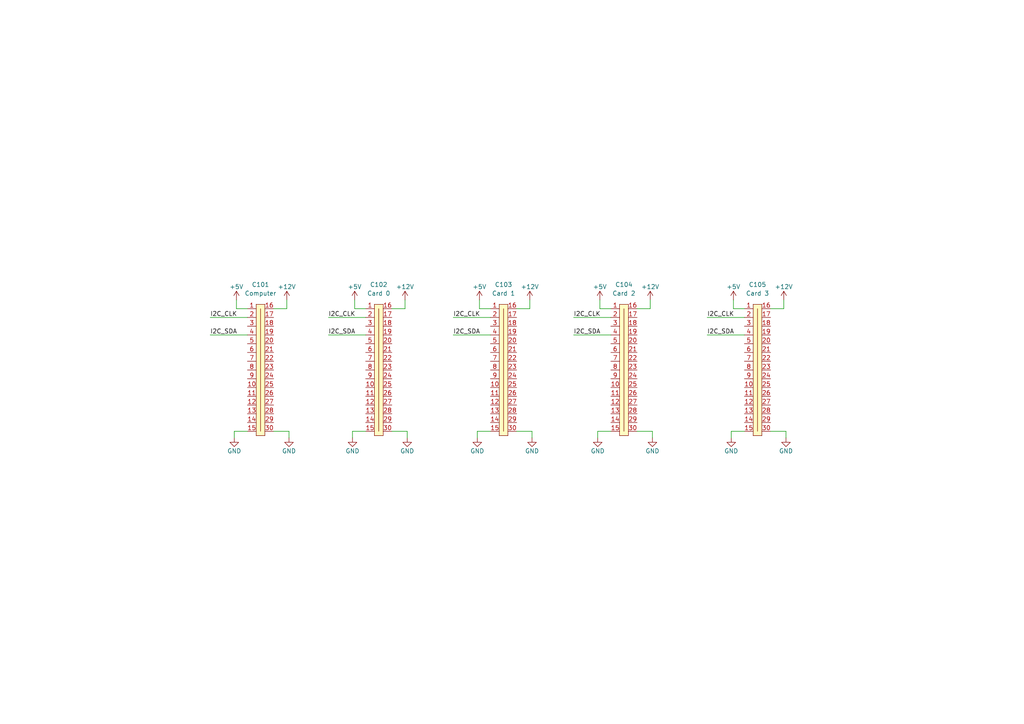
<source format=kicad_sch>
(kicad_sch (version 20211123) (generator eeschema)
  (paper "A4")
  (lib_symbols
    (symbol "KenwoodFox:EBM15DSEH"
      (property "Reference" "C" (at 0 13.97 0))
      (property "Value" "EBM15DSEH" (at 0 -26.67 0))
      (symbol "EBM15DSEH_0_0"
        (pin passive line (at -3.81 -11.43 0) (length 2.54) (name "") (number "10"))
        (pin passive line (at -3.81 -13.97 0) (length 2.54) (name "") (number "11"))
        (pin passive line (at -3.81 -16.51 0) (length 2.54) (name "") (number "12"))
        (pin passive line (at -3.81 -19.05 0) (length 2.54) (name "") (number "13"))
        (pin passive line (at -3.81 -21.59 0) (length 2.54) (name "") (number "14"))
        (pin passive line (at -3.81 -24.13 0) (length 2.54) (name "") (number "15"))
        (pin passive line (at 3.81 11.43 180) (length 2.54) (name "") (number "16"))
        (pin passive line (at 3.81 8.89 180) (length 2.54) (name "") (number "17"))
        (pin passive line (at 3.81 6.35 180) (length 2.54) (name "") (number "18"))
        (pin passive line (at 3.81 3.81 180) (length 2.54) (name "") (number "19"))
        (pin passive line (at -3.81 8.89 0) (length 2.54) (name "") (number "2"))
        (pin passive line (at 3.81 1.27 180) (length 2.54) (name "") (number "20"))
        (pin passive line (at 3.81 -1.27 180) (length 2.54) (name "") (number "21"))
        (pin passive line (at 3.81 -3.81 180) (length 2.54) (name "") (number "22"))
        (pin passive line (at 3.81 -6.35 180) (length 2.54) (name "") (number "23"))
        (pin passive line (at 3.81 -8.89 180) (length 2.54) (name "") (number "24"))
        (pin passive line (at 3.81 -11.43 180) (length 2.54) (name "") (number "25"))
        (pin passive line (at 3.81 -13.97 180) (length 2.54) (name "") (number "26"))
        (pin passive line (at 3.81 -16.51 180) (length 2.54) (name "") (number "27"))
        (pin passive line (at 3.81 -19.05 180) (length 2.54) (name "") (number "28"))
        (pin passive line (at 3.81 -21.59 180) (length 2.54) (name "") (number "29"))
        (pin passive line (at -3.81 6.35 0) (length 2.54) (name "") (number "3"))
        (pin passive line (at 3.81 -24.13 180) (length 2.54) (name "") (number "30"))
        (pin passive line (at -3.81 3.81 0) (length 2.54) (name "") (number "4"))
        (pin passive line (at -3.81 1.27 0) (length 2.54) (name "") (number "5"))
        (pin passive line (at -3.81 -1.27 0) (length 2.54) (name "") (number "6"))
        (pin passive line (at -3.81 -3.81 0) (length 2.54) (name "") (number "7"))
        (pin passive line (at -3.81 -6.35 0) (length 2.54) (name "") (number "8"))
        (pin passive line (at -3.81 -8.89 0) (length 2.54) (name "") (number "9"))
      )
      (symbol "EBM15DSEH_0_1"
        (rectangle (start -1.27 12.7) (end 1.27 -25.4) (fill (type background)))
        (polyline (pts (xy 0 11.43) (xy 0 -24.13)))
      )
      (symbol "EBM15DSEH_1_1"
        (pin passive line (at -3.81 11.43 0) (length 2.54) (name "") (number "1"))
      )
    )
    (symbol "power:+12V" (power) (pin_names (offset 0))
      (property "Value" "+12V" (at 0 3.556 0))
      (symbol "+12V_0_1"
        (polyline (pts (xy -0.762 1.27) (xy 0 2.54)))
        (polyline (pts (xy 0 0) (xy 0 2.54)))
        (polyline (pts (xy 0 2.54) (xy 0.762 1.27)))
      )
      (symbol "+12V_1_1"
        (pin power_in line (at 0 0 90) (length 0) hide (name "+12V") (number "1"))
      )
    )
    (symbol "power:+5V" (power) (pin_names (offset 0))
      (property "Value" "+5V" (at 0 3.556 0))
      (symbol "+5V_0_1"
        (polyline (pts (xy -0.762 1.27) (xy 0 2.54)))
        (polyline (pts (xy 0 0) (xy 0 2.54)))
        (polyline (pts (xy 0 2.54) (xy 0.762 1.27)))
      )
      (symbol "+5V_1_1"
        (pin power_in line (at 0 0 90) (length 0) hide (name "+5V") (number "1"))
      )
    )
    (symbol "power:GND" (power) (pin_names (offset 0))
      (property "Value" "GND" (at 0 -3.81 0))
      (symbol "GND_0_1"
        (polyline (pts (xy 0 0) (xy 0 -1.27) (xy 1.27 -1.27) (xy 0 -2.54) (xy -1.27 -1.27) (xy 0 -1.27)))
      )
      (symbol "GND_1_1"
        (pin power_in line (at 0 0 270) (length 0) hide (name "GND") (number "1"))
      )
    )
  )
  (wire (pts (xy 67.945 125.095) (xy 67.945 127)))
  (wire (pts (xy 184.785 89.535) (xy 188.595 89.535)))
  (wire (pts (xy 189.23 125.095) (xy 189.23 127)))
  (wire (pts (xy 227.965 125.095) (xy 227.965 127)))
  (wire (pts (xy 205.105 92.075) (xy 215.9 92.075)))
  (wire (pts (xy 83.185 86.995) (xy 83.185 89.535)))
  (wire (pts (xy 95.25 92.075) (xy 106.045 92.075)))
  (wire (pts (xy 102.87 86.995) (xy 102.87 89.535)))
  (wire (pts (xy 102.235 125.095) (xy 102.235 127)))
  (wire (pts (xy 149.86 89.535) (xy 153.67 89.535)))
  (wire (pts (xy 139.065 86.995) (xy 139.065 89.535)))
  (wire (pts (xy 113.665 125.095) (xy 118.11 125.095)))
  (wire (pts (xy 131.445 97.155) (xy 142.24 97.155)))
  (wire (pts (xy 149.86 125.095) (xy 154.305 125.095)))
  (wire (pts (xy 205.105 97.155) (xy 215.9 97.155)))
  (wire (pts (xy 67.945 125.095) (xy 71.755 125.095)))
  (wire (pts (xy 212.725 89.535) (xy 215.9 89.535)))
  (wire (pts (xy 60.96 92.075) (xy 71.755 92.075)))
  (wire (pts (xy 173.99 89.535) (xy 177.165 89.535)))
  (wire (pts (xy 173.355 125.095) (xy 177.165 125.095)))
  (wire (pts (xy 227.33 86.995) (xy 227.33 89.535)))
  (wire (pts (xy 79.375 89.535) (xy 83.185 89.535)))
  (wire (pts (xy 79.375 125.095) (xy 83.82 125.095)))
  (wire (pts (xy 212.725 86.995) (xy 212.725 89.535)))
  (wire (pts (xy 68.58 89.535) (xy 71.755 89.535)))
  (wire (pts (xy 184.785 125.095) (xy 189.23 125.095)))
  (wire (pts (xy 223.52 89.535) (xy 227.33 89.535)))
  (wire (pts (xy 138.43 125.095) (xy 142.24 125.095)))
  (wire (pts (xy 117.475 86.995) (xy 117.475 89.535)))
  (wire (pts (xy 102.235 125.095) (xy 106.045 125.095)))
  (wire (pts (xy 212.09 125.095) (xy 215.9 125.095)))
  (wire (pts (xy 118.11 125.095) (xy 118.11 127)))
  (wire (pts (xy 188.595 86.995) (xy 188.595 89.535)))
  (wire (pts (xy 173.99 86.995) (xy 173.99 89.535)))
  (wire (pts (xy 166.37 92.075) (xy 177.165 92.075)))
  (wire (pts (xy 154.305 125.095) (xy 154.305 127)))
  (wire (pts (xy 138.43 125.095) (xy 138.43 127)))
  (wire (pts (xy 139.065 89.535) (xy 142.24 89.535)))
  (wire (pts (xy 83.82 125.095) (xy 83.82 127)))
  (wire (pts (xy 60.96 97.155) (xy 71.755 97.155)))
  (wire (pts (xy 102.87 89.535) (xy 106.045 89.535)))
  (wire (pts (xy 153.67 86.995) (xy 153.67 89.535)))
  (wire (pts (xy 166.37 97.155) (xy 177.165 97.155)))
  (wire (pts (xy 212.09 125.095) (xy 212.09 127)))
  (wire (pts (xy 113.665 89.535) (xy 117.475 89.535)))
  (wire (pts (xy 68.58 86.995) (xy 68.58 89.535)))
  (wire (pts (xy 223.52 125.095) (xy 227.965 125.095)))
  (wire (pts (xy 131.445 92.075) (xy 142.24 92.075)))
  (wire (pts (xy 173.355 125.095) (xy 173.355 127)))
  (wire (pts (xy 95.25 97.155) (xy 106.045 97.155)))
  (label "I2C_SDA" (at 166.37 97.155 0))
  (label "I2C_SDA" (at 95.25 97.155 0))
  (label "I2C_CLK" (at 95.25 92.075 0))
  (label "I2C_CLK" (at 205.105 92.075 0))
  (label "I2C_CLK" (at 60.96 92.075 0))
  (label "I2C_CLK" (at 131.445 92.075 0))
  (label "I2C_CLK" (at 166.37 92.075 0))
  (label "I2C_SDA" (at 60.96 97.155 0))
  (label "I2C_SDA" (at 131.445 97.155 0))
  (label "I2C_SDA" (at 205.105 97.155 0))
  (symbol (lib_id "power:+5V") (at 139.065 86.995 0) (unit 1)
    (property "Reference" "#PWR0106" (effects hide))
    (property "Value" "+5V" (at 139.065 83.185 0))
  )
  (symbol (lib_id "power:+5V") (at 212.725 86.995 0) (unit 1)
    (property "Reference" "#PWR0120" (effects hide))
    (property "Value" "+5V" (at 212.725 83.185 0))
  )
  (symbol (lib_id "power:+12V") (at 117.475 86.995 0) (unit 1)
    (property "Reference" "#PWR0105" (effects hide))
    (property "Value" "+12V" (at 117.475 83.185 0))
  )
  (symbol (lib_id "power:GND") (at 83.82 127 0) (unit 1)
    (property "Reference" "#PWR0104" (effects hide))
    (property "Value" "GND" (at 83.82 130.81 0))
  )
  (symbol (lib_id "power:GND") (at 118.11 127 0) (unit 1)
    (property "Reference" "#PWR0110" (effects hide))
    (property "Value" "GND" (at 118.11 130.81 0))
  )
  (symbol (lib_id "power:GND") (at 154.305 127 0) (unit 1)
    (property "Reference" "#PWR0109" (effects hide))
    (property "Value" "GND" (at 154.305 130.81 0))
  )
  (symbol (lib_id "power:GND") (at 67.945 127 0) (unit 1)
    (property "Reference" "#PWR0103" (effects hide))
    (property "Value" "GND" (at 67.945 130.81 0))
  )
  (symbol (lib_id "KenwoodFox:EBM15DSEH") (at 180.975 100.965 0) (unit 1)
    (property "Reference" "C104" (at 180.975 82.55 0))
    (property "Value" "Card 2" (at 180.975 85.09 0))
    (property "Footprint" "KenwoodFox:EBM15DSEH" (effects hide))
  )
  (symbol (lib_id "power:GND") (at 189.23 127 0) (unit 1)
    (property "Reference" "#PWR0118" (effects hide))
    (property "Value" "GND" (at 189.23 130.81 0))
  )
  (symbol (lib_id "power:+12V") (at 227.33 86.995 0) (unit 1)
    (property "Reference" "#PWR0114" (effects hide))
    (property "Value" "+12V" (at 227.33 83.185 0))
  )
  (symbol (lib_id "power:+5V") (at 102.87 86.995 0) (unit 1)
    (property "Reference" "#PWR0112" (effects hide))
    (property "Value" "+5V" (at 102.87 83.185 0))
  )
  (symbol (lib_id "power:+5V") (at 173.99 86.995 0) (unit 1)
    (property "Reference" "#PWR0113" (effects hide))
    (property "Value" "+5V" (at 173.99 83.185 0))
  )
  (symbol (lib_id "power:+12V") (at 83.185 86.995 0) (unit 1)
    (property "Reference" "#PWR0102" (effects hide))
    (property "Value" "+12V" (at 83.185 83.185 0))
  )
  (symbol (lib_id "KenwoodFox:EBM15DSEH") (at 146.05 100.965 0) (unit 1)
    (property "Reference" "C103" (at 146.05 82.55 0))
    (property "Value" "Card 1" (at 146.05 85.09 0))
    (property "Footprint" "KenwoodFox:EBM15DSEH" (effects hide))
  )
  (symbol (lib_id "power:+12V") (at 153.67 86.995 0) (unit 1)
    (property "Reference" "#PWR0107" (effects hide))
    (property "Value" "+12V" (at 153.67 83.185 0))
  )
  (symbol (lib_id "power:+12V") (at 188.595 86.995 0) (unit 1)
    (property "Reference" "#PWR0115" (effects hide))
    (property "Value" "+12V" (at 188.595 83.185 0))
  )
  (symbol (lib_id "power:GND") (at 212.09 127 0) (unit 1)
    (property "Reference" "#PWR0117" (effects hide))
    (property "Value" "GND" (at 212.09 130.81 0))
  )
  (symbol (lib_id "power:GND") (at 138.43 127 0) (unit 1)
    (property "Reference" "#PWR0108" (effects hide))
    (property "Value" "GND" (at 138.43 130.81 0))
  )
  (symbol (lib_id "KenwoodFox:EBM15DSEH") (at 75.565 100.965 0) (unit 1)
    (property "Reference" "C101" (at 75.565 82.55 0))
    (property "Value" "Computer" (at 75.565 85.09 0))
    (property "Footprint" "KenwoodFox:EBM15DSEH" (effects hide))
  )
  (symbol (lib_id "power:GND") (at 173.355 127 0) (unit 1)
    (property "Reference" "#PWR0119" (effects hide))
    (property "Value" "GND" (at 173.355 130.81 0))
  )
  (symbol (lib_id "power:GND") (at 227.965 127 0) (unit 1)
    (property "Reference" "#PWR0116" (effects hide))
    (property "Value" "GND" (at 227.965 130.81 0))
  )
  (symbol (lib_id "power:GND") (at 102.235 127 0) (unit 1)
    (property "Reference" "#PWR0111" (effects hide))
    (property "Value" "GND" (at 102.235 130.81 0))
  )
  (symbol (lib_id "power:+5V") (at 68.58 86.995 0) (unit 1)
    (property "Reference" "#PWR0101" (effects hide))
    (property "Value" "+5V" (at 68.58 83.185 0))
  )
  (symbol (lib_id "KenwoodFox:EBM15DSEH") (at 109.855 100.965 0) (unit 1)
    (property "Reference" "C102" (at 109.855 82.55 0))
    (property "Value" "Card 0" (at 109.855 85.09 0))
    (property "Footprint" "KenwoodFox:EBM15DSEH" (effects hide))
  )
  (symbol (lib_id "KenwoodFox:EBM15DSEH") (at 219.71 100.965 0) (unit 1)
    (property "Reference" "C105" (at 219.71 82.55 0))
    (property "Value" "Card 3" (at 219.71 85.09 0))
    (property "Footprint" "KenwoodFox:EBM15DSEH" (effects hide))
  )
)
</source>
